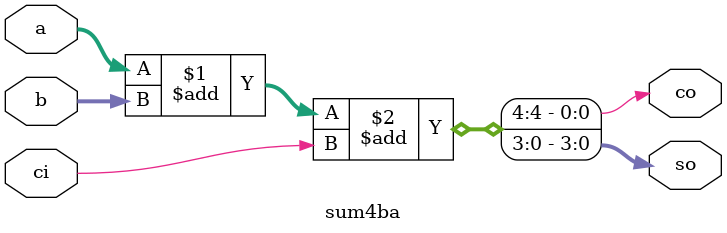
<source format=v>
/*
 * Antonio Aguilar
 * Sumador aritmetico de 4 bits
*/

module sum4ba(input[3:0] a, b, input ci, output co, output[3:0] so);
	assign {co, so} = a + b + ci;
endmodule
</source>
